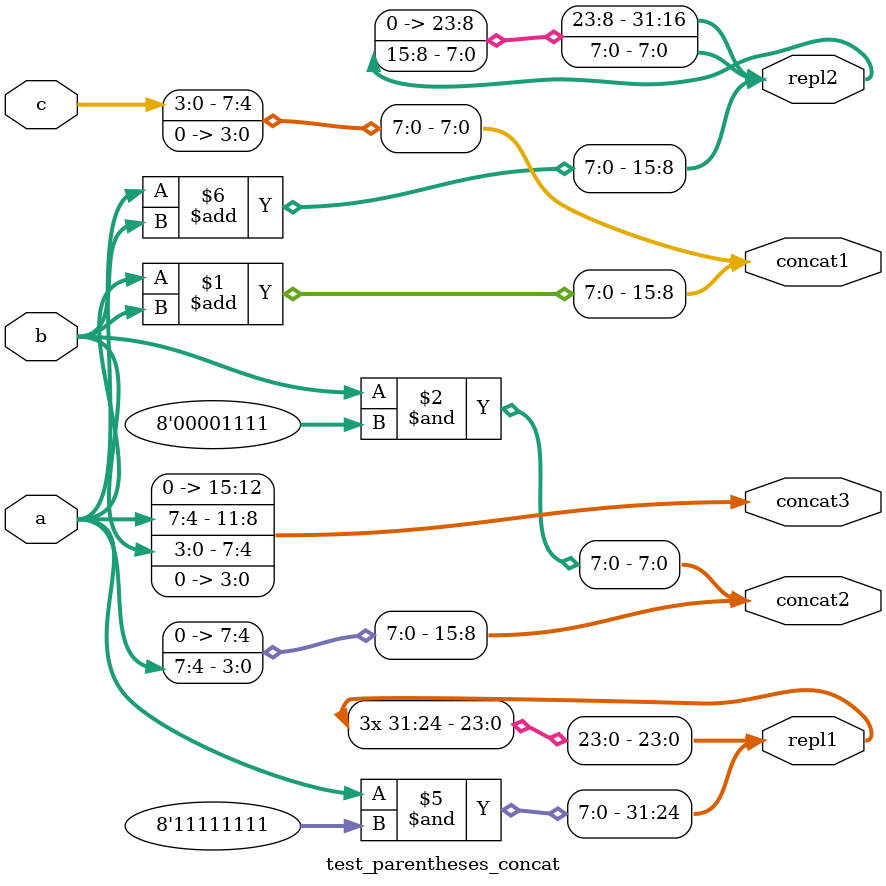
<source format=v>
module test_parentheses_concat(
    input [7:0] a,
    input [7:0] b,
    input [3:0] c,
    output wire [15:0] concat1,
    output wire [15:0] concat2,
    output wire [15:0] concat3,
    output wire [31:0] repl1,
    output wire [31:0] repl2
);
    // Parentheses with concatenation
    assign concat1 = {(a + b), c, 4'h0};
    assign concat2 = {a[7:4], (b & 8'h0F)};
    assign concat3 = {(a >> 4), (b << 4)};

    // Parentheses with replication
    assign repl1 = {4{(a & 8'hFF)}};
    assign repl2 = {2{(a + b)}};
endmodule

</source>
